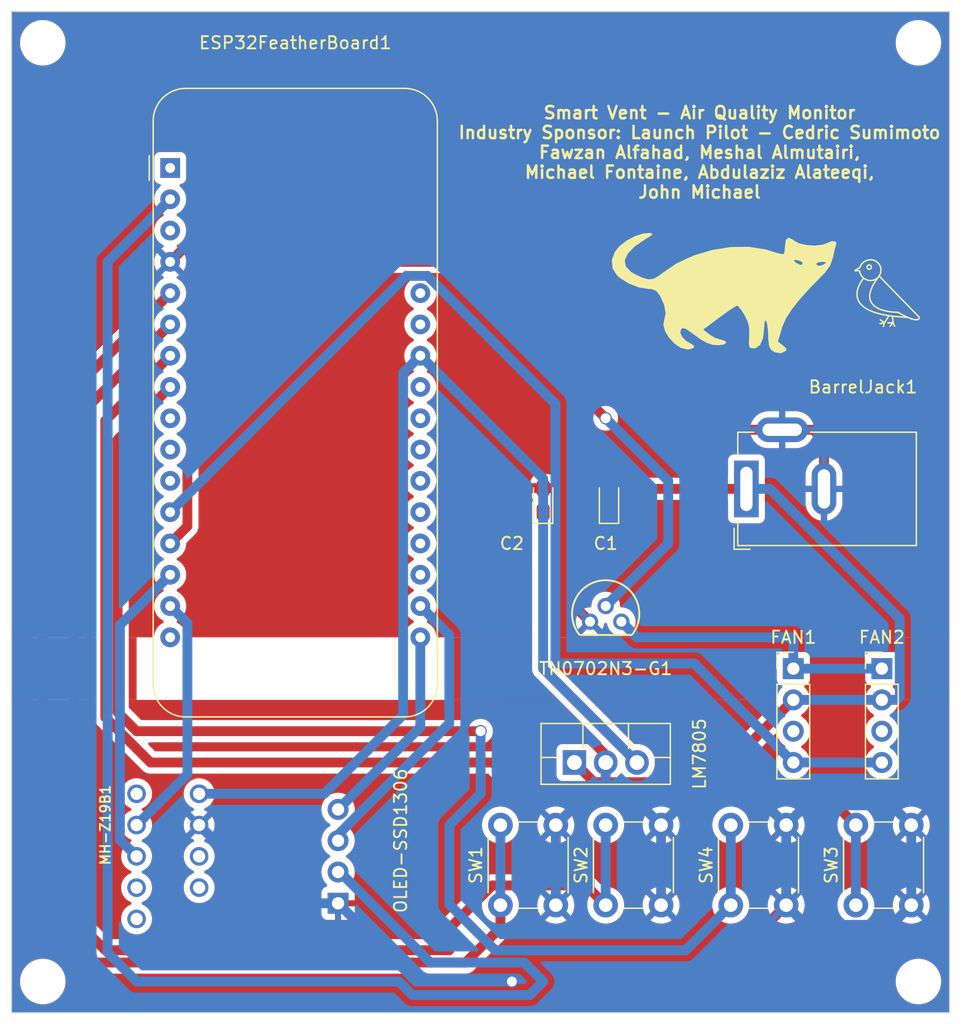
<source format=kicad_pcb>
(kicad_pcb (version 20221018) (generator pcbnew)
  (title_block (title "Smart Vent PCB (2nd Iteration)") (date "April,19,2024"))
  (layers (0 "F.Cu" signal) (31 "B.Cu" signal) (34 "B.Paste" user) (35 "F.Paste" user) (36 "B.SilkS" user "B.Silkscreen") (37 "F.SilkS" user "F.Silkscreen") (38 "B.Mask" user) (39 "F.Mask" user) (44 "Edge.Cuts" user))
  (net 0 "")
  (net 1 "GND")
  (net 3 "Net-(ESP32FeatherBoard1-3V3)")
  (net 4 "USB")
  (net 5 "FAN1 (GND)")
  (net 7 "Net-(ESP32FeatherBoard1-DAC2{slash}A0)")
  (net 8 "Net-(ESP32FeatherBoard1-DAC1{slash}A1)")
  (net 9 "Net-(ESP32FeatherBoard1-I34{slash}A2)")
  (net 10 "Net-(ESP32FeatherBoard1-I39{slash}A3)")
  (net 14 "FAN (PWM)")
  (net 15 "Net-(ESP32FeatherBoard1-MISO{slash}IO19)")
  (net 16 "Net-(ESP32FeatherBoard1-RX{slash}IO16)")
  (net 17 "Net-(ESP32FeatherBoard1-TX{slash}IO17)")
  (net 19 "Net-(ESP32FeatherBoard1-SDA{slash}IO23)")
  (net 20 "Net-(ESP32FeatherBoard1-SCL{slash}IO22)")
  (net 30 "Net-(FAN1-Pin_2)")
  (footprint "MountingHole:MountingHole_3.2mm_M3" (layer "F.Cu") (at 30.48 66.04)
    (fp_text reference "REF**" hide)
    (fp_text value "MountingHole_3.2mm_M3" hide)
    (pad "" np_thru_hole circle (at 0 0) (size 3.2 3.2) (drill 3.2) (layers "*.Cu" "*.Mask"))
  )
  (footprint "Connector_PinHeader_2.54mm:PinHeader_1x04_P2.54mm_Vertical" (layer "F.Cu") (at 98.63 116.84)
    (fp_text reference "FAN2" (at 0 -2.54) (layer "F.SilkS"))
    (fp_text value "~" hide)
    (pad "1" thru_hole rect (at 0 0) (size 1.7 1.7) (drill 1) (layers "*.Cu" "*.Mask") (net 5 "FAN1 (GND)"))
    (pad "2" thru_hole oval (at 0 2.54) (size 1.7 1.7) (drill 1) (layers "*.Cu" "*.Mask") (net 30 "Net-(FAN1-Pin_2)"))
    (pad "3" thru_hole oval (at 0 5.08) (size 1.7 1.7) (drill 1) (layers "*.Cu" "*.Mask"))
    (pad "4" thru_hole oval (at 0 7.62) (size 1.7 1.7) (drill 1) (layers "*.Cu" "*.Mask") (net 14 "FAN (PWM)"))
  )
  (footprint "MountingHole:MountingHole_3.2mm_M3" (layer "F.Cu") (at 101.6 66.04)
    (fp_text reference "REF**" hide)
    (fp_text value "MountingHole_3.2mm_M3" hide)
    (pad "" np_thru_hole circle (at 0 0) (size 3.2 3.2) (drill 3.2) (layers "*.Cu" "*.Mask"))
  )
  (footprint "Button_Switch_THT:SW_PUSH_6mm_H4.3mm" (layer "F.Cu") (at 67.65 136.04 90)
    (fp_text reference "SW1" (at 3.25 -2 90) (layer "F.SilkS"))
    (fp_text value "~")
    (pad "1" thru_hole circle (at 0 0 180) (size 2 2) (drill 1.1) (layers "*.Cu" "*.Mask") (net 7 "Net-(ESP32FeatherBoard1-DAC2{slash}A0)"))
    (pad "1" thru_hole circle (at 6.5 0 180) (size 2 2) (drill 1.1) (layers "*.Cu" "*.Mask") (net 7 "Net-(ESP32FeatherBoard1-DAC2{slash}A0)"))
    (pad "2" thru_hole circle (at 0 4.5 180) (size 2 2) (drill 1.1) (layers "*.Cu" "*.Mask") (net 1 "GND"))
    (pad "2" thru_hole circle (at 6.5 4.5 180) (size 2 2) (drill 1.1) (layers "*.Cu" "*.Mask") (net 1 "GND"))
  )
  (footprint "Button_Switch_THT:SW_PUSH_6mm_H4.3mm" (layer "F.Cu") (at 76.2 136.04 90)
    (fp_text reference "SW2" (at 3.25 -2 90) (layer "F.SilkS"))
    (fp_text value "~" hide)
    (pad "1" thru_hole circle (at 0 0 180) (size 2 2) (drill 1.1) (layers "*.Cu" "*.Mask") (net 8 "Net-(ESP32FeatherBoard1-DAC1{slash}A1)"))
    (pad "1" thru_hole circle (at 6.5 0 180) (size 2 2) (drill 1.1) (layers "*.Cu" "*.Mask") (net 8 "Net-(ESP32FeatherBoard1-DAC1{slash}A1)"))
    (pad "2" thru_hole circle (at 0 4.5 180) (size 2 2) (drill 1.1) (layers "*.Cu" "*.Mask") (net 1 "GND"))
    (pad "2" thru_hole circle (at 6.5 4.5 180) (size 2 2) (drill 1.1) (layers "*.Cu" "*.Mask") (net 1 "GND"))
  )
  (footprint "TN:TO-92_MC_MCH" (layer "F.Cu") (at 74.93 113.03)
    (fp_text reference "TN0702N3-G1" (at 1.27 3.81 unlocked) (layer "F.SilkS"))
    (fp_text value "~" hide)
    (pad "1" thru_hole circle (at 0 0) (size 1.3208 1.3208) (drill 0.8128) (layers "*.Cu" "*.Mask") (net 1 "GND"))
    (pad "2" thru_hole circle (at 1.27 -1.27) (size 1.3208 1.3208) (drill 0.8128) (layers "*.Cu" "*.Mask") (net 15 "Net-(ESP32FeatherBoard1-MISO{slash}IO19)"))
    (pad "3" thru_hole circle (at 2.54 0) (size 1.3208 1.3208) (drill 0.8128) (layers "*.Cu" "*.Mask") (net 5 "FAN1 (GND)"))
  )
  (footprint "Capacitor_Tantalum_SMD:CP_EIA-2012-12_Kemet-R_Pad1.30x1.05mm_HandSolder" (layer "F.Cu") (at 71.12 103.165 90)
    (fp_text reference "C1" (at -3.515 5.08 180) (layer "F.SilkS"))
    (fp_text value "0.1pF")
    (pad "1" smd roundrect (at -0.975 0 90) (size 1.3 1.05) (layers "F.Cu" "F.Paste" "F.Mask") (roundrect_rratio 0.2380952381) (net 4 "USB"))
    (pad "2" smd roundrect (at 0.975 0 90) (size 1.3 1.05) (layers "F.Cu" "F.Paste" "F.Mask") (roundrect_rratio 0.2380952381) (net 1 "GND"))
  )
  (footprint "MountingHole:MountingHole_3.2mm_M3" (layer "F.Cu") (at 101.6 142.24)
    (fp_text reference "REF**" hide)
    (fp_text value "MountingHole_3.2mm_M3" hide)
    (pad "" np_thru_hole circle (at 0 0) (size 3.2 3.2) (drill 3.2) (layers "F&B.Cu" "*.Mask"))
  )
  (footprint "Button_Switch_THT:SW_PUSH_6mm_H4.3mm" (layer "F.Cu") (at 96.52 136.04 90)
    (fp_text reference "SW3" (at 3.25 -2 90) (layer "F.SilkS"))
    (fp_text value "~" hide)
    (pad "1" thru_hole circle (at 0 0 180) (size 2 2) (drill 1.1) (layers "*.Cu" "*.Mask") (net 9 "Net-(ESP32FeatherBoard1-I34{slash}A2)"))
    (pad "1" thru_hole circle (at 6.5 0 180) (size 2 2) (drill 1.1) (layers "*.Cu" "*.Mask") (net 9 "Net-(ESP32FeatherBoard1-I34{slash}A2)"))
    (pad "2" thru_hole circle (at 0 4.5 180) (size 2 2) (drill 1.1) (layers "*.Cu" "*.Mask") (net 1 "GND"))
    (pad "2" thru_hole circle (at 6.5 4.5 180) (size 2 2) (drill 1.1) (layers "*.Cu" "*.Mask") (net 1 "GND"))
  )
  (footprint "Capacitor_Tantalum_SMD:CP_EIA-2012-12_Kemet-R_Pad1.30x1.05mm_HandSolder" (layer "F.Cu") (at 76.47 103.165 90)
    (fp_text reference "C2" (at -3.515 -7.89 180) (layer "F.SilkS"))
    (fp_text value "0.47pF")
    (pad "1" smd roundrect (at -0.975 0 90) (size 1.3 1.05) (layers "F.Cu" "F.Paste" "F.Mask") (roundrect_rratio 0.2380952381) (net 30 "Net-(FAN1-Pin_2)"))
    (pad "2" smd roundrect (at 0.975 0 90) (size 1.3 1.05) (layers "F.Cu" "F.Paste" "F.Mask") (roundrect_rratio 0.2380952381) (net 1 "GND"))
  )
  (footprint "Connector_BarrelJack:BarrelJack_GCT_DCJ200-10-A_Horizontal" (layer "F.Cu") (at 87.63 102.25 90)
    (fp_text reference "BarrelJack1" (at 8.27 13.97) (layer "F.SilkS") (effects (justify right)))
    (fp_text value "~" hide)
    (pad "1" thru_hole rect (at 0 0 90) (size 4.6 2) (drill oval 3.6 1) (layers "*.Cu" "*.Mask") (net 30 "Net-(FAN1-Pin_2)"))
    (pad "2" thru_hole oval (at 0 6.3 90) (size 4.2 2) (drill oval 3.2 1) (layers "*.Cu" "*.Mask") (net 1 "GND"))
    (pad "3" thru_hole oval (at 4.8 2.9 90) (size 2 4.2) (drill oval 1 3.2) (layers "*.Cu" "*.Mask") (net 1 "GND"))
  )
  (footprint "Module:Adafruit_Feather" (layer "F.Cu") (at 40.826 76.2)
    (fp_text reference "ESP32FeatherBoard1" (at 10.16 -10.16) (layer "F.SilkS"))
    (fp_text value "~" hide)
    (pad "1" thru_hole rect (at 0 0 180) (size 1.6 1.6) (drill 0.8) (layers "*.Cu" "*.Mask"))
    (pad "2" thru_hole circle (at 0 2.54 180) (size 1.6 1.6) (drill 0.8) (layers "*.Cu" "*.Mask") (net 3 "Net-(ESP32FeatherBoard1-3V3)"))
    (pad "3" thru_hole circle (at 0 5.08 180) (size 1.6 1.6) (drill 0.8) (layers "*.Cu" "*.Mask"))
    (pad "4" thru_hole circle (at 0 7.62 180) (size 1.6 1.6) (drill 0.8) (layers "*.Cu" "*.Mask") (net 1 "GND"))
    (pad "5" thru_hole circle (at 0 10.16 180) (size 1.6 1.6) (drill 0.8) (layers "*.Cu" "*.Mask") (net 7 "Net-(ESP32FeatherBoard1-DAC2{slash}A0)"))
    (pad "6" thru_hole circle (at 0 12.7 180) (size 1.6 1.6) (drill 0.8) (layers "*.Cu" "*.Mask") (net 8 "Net-(ESP32FeatherBoard1-DAC1{slash}A1)"))
    (pad "7" thru_hole circle (at 0 15.24 180) (size 1.6 1.6) (drill 0.8) (layers "*.Cu" "*.Mask") (net 9 "Net-(ESP32FeatherBoard1-I34{slash}A2)"))
    (pad "8" thru_hole circle (at 0 17.78 180) (size 1.6 1.6) (drill 0.8) (layers "*.Cu" "*.Mask") (net 10 "Net-(ESP32FeatherBoard1-I39{slash}A3)"))
    (pad "9" thru_hole circle (at 0 20.32 180) (size 1.6 1.6) (drill 0.8) (layers "*.Cu" "*.Mask"))
    (pad "10" thru_hole circle (at 0 22.86 180) (size 1.6 1.6) (drill 0.8) (layers "*.Cu" "*.Mask"))
    (pad "11" thru_hole circle (at 0 25.4 180) (size 1.6 1.6) (drill 0.8) (layers "*.Cu" "*.Mask"))
    (pad "12" thru_hole circle (at 0 27.94 180) (size 1.6 1.6) (drill 0.8) (layers "*.Cu" "*.Mask") (net 14 "FAN (PWM)"))
    (pad "13" thru_hole circle (at 0 30.48 180) (size 1.6 1.6) (drill 0.8) (layers "*.Cu" "*.Mask") (net 15 "Net-(ESP32FeatherBoard1-MISO{slash}IO19)"))
    (pad "14" thru_hole circle (at 0 33.02 180) (size 1.6 1.6) (drill 0.8) (layers "*.Cu" "*.Mask") (net 16 "Net-(ESP32FeatherBoard1-RX{slash}IO16)"))
    (pad "15" thru_hole circle (at 0 35.56 180) (size 1.6 1.6) (drill 0.8) (layers "*.Cu" "*.Mask") (net 17 "Net-(ESP32FeatherBoard1-TX{slash}IO17)"))
    (pad "16" thru_hole circle (at 0 38.1 180) (size 1.6 1.6) (drill 0.8) (layers "*.Cu" "*.Mask"))
    (pad "17" thru_hole circle (at 20.32 38.1 180) (size 1.6 1.6) (drill 0.8) (layers "*.Cu" "*.Mask") (net 19 "Net-(ESP32FeatherBoard1-SDA{slash}IO23)"))
    (pad "18" thru_hole circle (at 20.32 35.56 180) (size 1.6 1.6) (drill 0.8) (layers "*.Cu" "*.Mask") (net 20 "Net-(ESP32FeatherBoard1-SCL{slash}IO22)"))
    (pad "19" thru_hole circle (at 20.32 33.02 180) (size 1.6 1.6) (drill 0.8) (layers "*.Cu" "*.Mask"))
    (pad "20" thru_hole circle (at 20.32 30.48 180) (size 1.6 1.6) (drill 0.8) (layers "*.Cu" "*.Mask"))
    (pad "21" thru_hole circle (at 20.32 27.94 180) (size 1.6 1.6) (drill 0.8) (layers "*.Cu" "*.Mask"))
    (pad "22" thru_hole circle (at 20.32 25.4 180) (size 1.6 1.6) (drill 0.8) (layers "*.Cu" "*.Mask"))
    (pad "23" thru_hole circle (at 20.32 22.86 180) (size 1.6 1.6) (drill 0.8) (layers "*.Cu" "*.Mask"))
    (pad "24" thru_hole circle (at 20.32 20.32 180) (size 1.6 1.6) (drill 0.8) (layers "*.Cu" "*.Mask"))
    (pad "25" thru_hole circle (at 20.32 17.78 180) (size 1.6 1.6) (drill 0.8) (layers "*.Cu" "*.Mask"))
    (pad "26" thru_hole circle (at 20.32 15.24 180) (size 1.6 1.6) (drill 0.8) (layers "*.Cu" "*.Mask") (net 4 "USB"))
    (pad "27" thru_hole circle (at 20.32 12.7 180) (size 1.6 1.6) (drill 0.8) (layers "*.Cu" "*.Mask"))
    (pad "28" thru_hole circle (at 20.32 10.16 180) (size 1.6 1.6) (drill 0.8) (layers "*.Cu" "*.Mask"))
  )
  (footprint "CAT:Bird" (layer "F.Cu") (at 99.06 86.36)
    (fp_text reference "" hide)
    (fp_text value "LOGO" hide)
  )
  (footprint "MountingHole:MountingHole_3.2mm_M3" (layer "F.Cu") (at 30.48 142.24)
    (fp_text reference "REF**" hide)
    (fp_text value "MountingHole_3.2mm_M3" hide)
    (pad "" np_thru_hole circle (at 0 0) (size 3.2 3.2) (drill 3.2) (layers "*.Cu" "*.Mask"))
  )
  (footprint "Package_TO_SOT_THT:TO-220F-3_Vertical" (layer "F.Cu") (at 73.66 124.46)
    (fp_text reference "LM7805" (at 10.16 -0.6975 90) (layer "F.SilkS"))
    (fp_text value "~" hide)
    (pad "1" thru_hole rect (at 0 0) (size 1.905 2) (drill 1.2) (layers "*.Cu" "*.Mask") (net 30 "Net-(FAN1-Pin_2)"))
    (pad "2" thru_hole oval (at 2.54 0) (size 1.905 2) (drill 1.2) (layers "*.Cu" "*.Mask") (net 1 "GND"))
    (pad "3" thru_hole oval (at 5.08 0) (size 1.905 2) (drill 1.2) (layers "*.Cu" "*.Mask") (net 4 "USB"))
  )
  (footprint "Display:Adafruit_SSD1306" (layer "F.Cu") (at 54.464 135.89 90)
    (fp_text reference "OLED-SSD1306" (at 5.08 5.08 90) (layer "F.SilkS"))
    (fp_text value "~" hide)
    (pad "1" thru_hole rect (at 0 0 90) (size 1.7 1.7) (drill 1) (layers "*.Cu" "*.Mask") (net 1 "GND"))
    (pad "2" thru_hole circle (at 2.54 0 90) (size 1.7 1.7) (drill 1) (layers "*.Cu" "*.Mask") (net 3 "Net-(ESP32FeatherBoard1-3V3)"))
    (pad "3" thru_hole circle (at 5.08 0 90) (size 1.7 1.7) (drill 1) (layers "*.Cu" "*.Mask") (net 20 "Net-(ESP32FeatherBoard1-SCL{slash}IO22)"))
    (pad "4" thru_hole circle (at 7.62 0 90) (size 1.7 1.7) (drill 1) (layers "*.Cu" "*.Mask") (net 19 "Net-(ESP32FeatherBoard1-SDA{slash}IO23)"))
  )
  (footprint "MH-Z19:MH-Z19B-FOOT" (layer "F.Cu") (at 43.18 127 180)
    (fp_text reference "MH-Z19B1" (at 7.62 -2.54 270) (layer "F.SilkS") (effects (font (size 0.8 0.787402))))
    (fp_text value "~")
    (pad "GND" thru_hole circle (at 0 -2.54 180) (size 1.508 1.508) (drill 1) (layers "*.Cu" "*.Mask") (net 1 "GND"))
    (pad "RX" thru_hole circle (at 5.08 -2.54 180) (size 1.508 1.508) (drill 1) (layers "*.Cu" "*.Mask") (net 17 "Net-(ESP32FeatherBoard1-TX{slash}IO17)"))
    (pad "TX" thru_hole circle (at 5.08 -5.08 180) (size 1.508 1.508) (drill 1) (layers "*.Cu" "*.Mask") (net 16 "Net-(ESP32FeatherBoard1-RX{slash}IO16)"))
    (pad "VIN" thru_hole circle (at 0 0 180) (size 1.508 1.508) (drill 1) (layers "*.Cu" "*.Mask") (net 4 "USB"))
    (pad "X@1" thru_hole circle (at 0 -5.08 180) (size 1.508 1.508) (drill 1) (layers "*.Cu" "*.Mask"))
    (pad "X@2" thru_hole circle (at 0 -7.62 180) (size 1.508 1.508) (drill 1) (layers "*.Cu" "*.Mask"))
    (pad "X@3" thru_hole circle (at 5.08 0 180) (size 1.508 1.508) (drill 1) (layers "*.Cu" "*.Mask"))
    (pad "X@4" thru_hole circle (at 5.08 -7.62 180) (size 1.508 1.508) (drill 1) (layers "*.Cu" "*.Mask"))
    (pad "XQ5" thru_hole circle (at 5.08 -10.16 180) (size 1.508 1.508) (drill 1) (layers "*.Cu" "*.Mask"))
  )
  (footprint "Connector_PinHeader_2.54mm:PinHeader_1x04_P2.54mm_Vertical" (layer "F.Cu") (at 91.44 116.84)
    (fp_text reference "FAN1" (at 0 -2.54 180) (layer "F.SilkS"))
    (fp_text value "~" hide)
    (pad "1" thru_hole rect (at 0 0) (size 1.7 1.7) (drill 1) (layers "*.Cu" "*.Mask") (net 5 "FAN1 (GND)"))
    (pad "2" thru_hole oval (at 0 2.54) (size 1.7 1.7) (drill 1) (layers "*.Cu" "*.Mask") (net 30 "Net-(FAN1-Pin_2)"))
    (pad "3" thru_hole oval (at 0 5.08) (size 1.7 1.7) (drill 1) (layers "*.Cu" "*.Mask"))
    (pad "4" thru_hole oval (at 0 7.62) (size 1.7 1.7) (drill 1) (layers "*.Cu" "*.Mask") (net 14 "FAN (PWM)"))
  )
  (footprint "CAT:Blackcat" (layer "F.Cu") (at 86.36 86.36)
    (fp_text reference "G***" hide)
    (fp_text value "LOGO" hide)
  )
  (footprint "Button_Switch_THT:SW_PUSH_6mm_H4.3mm" (layer "F.Cu") (at 86.36 136.04 90)
    (fp_text reference "SW4" (at 3.25 -2 90) (layer "F.SilkS"))
    (fp_text value "~" hide)
    (pad "1" thru_hole circle (at 0 0 180) (size 2 2) (drill 1.1) (layers "*.Cu" "*.Mask") (net 10 "Net-(ESP32FeatherBoard1-I39{slash}A3)"))
    (pad "1" thru_hole circle (at 6.5 0 180) (size 2 2) (drill 1.1) (layers "*.Cu" "*.Mask") (net 10 "Net-(ESP32FeatherBoard1-I39{slash}A3)"))
    (pad "2" thru_hole circle (at 0 4.5 180) (size 2 2) (drill 1.1) (layers "*.Cu" "*.Mask") (net 1 "GND"))
    (pad "2" thru_hole circle (at 6.5 4.5 180) (size 2 2) (drill 1.1) (layers "*.Cu" "*.Mask") (net 1 "GND"))
  )
  (gr_line (start 104.14 63.5) (end 104.14 144.78) (stroke (width 0.1)) (layer "Edge.Cuts"))
  (gr_line (start 27.94 63.5) (end 104.14 63.5) (stroke (width 0.1)) (layer "Edge.Cuts"))
  (gr_line (start 27.94 144.78) (end 27.94 63.5) (stroke (width 0.1)) (layer "Edge.Cuts"))
  (gr_line (start 27.94 144.78) (end 104.14 144.78) (stroke (width 0.1)) (layer "Edge.Cuts"))
  (gr_text "Smart Vent - Air Quality Monitor\nIndustry Sponsor: Launch Pilot - Cedric Sumimoto\nFawzan Alfahad, Meshal Almutairi,\nMichael Fontaine, Abdulaziz Alateeqi,\nJohn Michael\n" (at 83.82 78.74) (layer "F.SilkS") (effects (font (size 1 1) (thickness 0.2) bold) (justify bottom)))
  (segment (start 66.04 104.73) (end 68.58 102.19) (width 0.8) (layer "F.Cu") (net 1))
  (segment (start 73.66 111.76) (end 74.93 113.03) (width 0.8) (layer "F.Cu") (net 1))
  (segment (start 68.58 102.19) (end 70.53 102.19) (width 0.8) (layer "F.Cu") (net 1))
  (segment (start 84.66 142.24) (end 90.86 136.04) (width 0.8) (layer "F.Cu") (net 1))
  (segment (start 68.58 119.38) (end 66.04 116.84) (width 0.8) (layer "F.Cu") (net 1))
  (segment (start 79.51 97.45) (end 84.75 97.45) (width 0.8) (layer "F.Cu") (net 1))
  (segment (start 71.7325 119.38) (end 68.58 119.38) (width 0.8) (layer "F.Cu") (net 1))
  (segment (start 71.12 102.19) (end 76.47 102.19) (width 0.8) (layer "F.Cu") (net 1))
  (segment (start 66.04 116.84) (end 66.04 104.73) (width 0.8) (layer "F.Cu") (net 1))
  (segment (start 93.05 97.45) (end 93.93 98.33) (width 0.8) (layer "F.Cu") (net 1))
  (segment (start 90.53 97.45) (end 93.05 97.45) (width 0.8) (layer "F.Cu") (net 1))
  (segment (start 48.446 76.2) (end 63.5 76.2) (width 0.8) (layer "F.Cu") (net 1))
  (segment (start 81.28 93.98) (end 84.75 97.45) (width 0.8) (layer "F.Cu") (net 1))
  (segment (start 76.47 102.19) (end 76.47 100.49) (width 0.8) (layer "F.Cu") (net 1))
  (segment (start 73.66 102.19) (end 73.66 111.76) (width 0.8) (layer "F.Cu") (net 1))
  (segment (start 76.2 123.8475) (end 71.7325 119.38) (width 0.8) (layer "F.Cu") (net 1))
  (segment (start 76.47 100.49) (end 79.51 97.45) (width 0.8) (layer "F.Cu") (net 1))
  (segment (start 40.826 83.82) (end 48.446 76.2) (width 0.8) (layer "F.Cu") (net 1))
  (segment (start 93.93 98.33) (end 93.93 102.25) (width 0.8) (layer "F.Cu") (net 1))
  (segment (start 76.2 124.46) (end 76.2 123.8475) (width 0.8) (layer "F.Cu") (net 1))
  (segment (start 63.5 76.2) (end 81.28 93.98) (width 0.8) (layer "F.Cu") (net 1))
  (segment (start 84.75 97.45) (end 90.53 97.45) (width 0.8) (layer "F.Cu") (net 1))
  (segment (start 68.58 142.24) (end 84.66 142.24) (width 0.8) (layer "F.Cu") (net 1))
  (via (at 68.58 142.24) (size 1) (drill 0.8) (layers "F.Cu" "B.Cu") (net 1))
  (segment (start 60.814 142.24) (end 68.58 142.24) (width 0.8) (layer "B.Cu") (net 1))
  (segment (start 82.825786 127.414214) (end 80.7 129.54) (width 0.8) (layer "B.Cu") (net 1))
  (segment (start 101.02 129.54) (end 99.42 127.94) (width 0.8) (layer "B.Cu") (net 1))
  (segment (start 76.2 124.46) (end 76.2 126.87) (width 0.8) (layer "B.Cu") (net 1))
  (segment (start 76.2 127.32) (end 74.37 127.32) (width 0.8) (layer "B.Cu") (net 1))
  (segment (start 49.53 135.89) (end 54.464 135.89) (width 0.8) (layer "B.Cu") (net 1))
  (segment (start 76.2 124.46) (end 76.2 127.32) (width 0.8) (layer "B.Cu") (net 1))
  (segment (start 90.86 129.54) (end 90.86 136.04) (width 0.8) (layer "B.Cu") (net 1))
  (segment (start 88.734214 127.414214) (end 82.825786 127.414214) (width 0.8) (layer "B.Cu") (net 1))
  (segment (start 101.02 136.04) (end 99.42 137.64) (width 0.8) (layer "B.Cu") (net 1))
  (segment (start 90.86 129.54) (end 88.734214 127.414214) (width 0.8) (layer "B.Cu") (net 1))
  (segment (start 92.46 137.64) (end 90.86 136.04) (width 0.8) (layer "B.Cu") (net 1))
  (segment (start 78.48 127.32) (end 80.7 129.54) (width 0.8) (layer "B.Cu") (net 1))
  (segment (start 101.02 129.54) (end 101.02 136.04) (width 0.8) (layer "B.Cu") (net 1))
  (segment (start 76.2 127.32) (end 78.48 127.32) (width 0.8) (layer "B.Cu") (net 1))
  (segment (start 72.15 129.54) (end 72.15 136.04) (width 0.8) (layer "B.Cu") (net 1))
  (segment (start 92.46 127.94) (end 90.86 129.54) (width 0.8) (layer "B.Cu") (net 1))
  (segment (start 99.42 127.94) (end 92.46 127.94) (width 0.8) (layer "B.Cu") (net 1))
  (segment (start 43.18 129.54) (end 49.53 135.89) (width 0.8) (layer "B.Cu") (net 1))
  (segment (start 74.37 127.32) (end 72.15 129.54) (width 0.8) (layer "B.Cu") (net 1))
  (segment (start 99.42 137.64) (end 92.46 137.64) (width 0.8) (layer "B.Cu") (net 1))
  (segment (start 80.7 129.54) (end 80.7 136.04) (width 0.8) (layer "B.Cu") (net 1))
  (segment (start 54.464 135.89) (end 60.814 142.24) (width 0.8) (layer "B.Cu") (net 1))
  (segment (start 69.58 140.7) (end 61.96 140.7) (width 0.8) (layer "B.Cu") (net 3))
  (segment (start 35.746 83.82) (end 35.746 139.886) (width 0.8) (layer "B.Cu") (net 3))
  (segment (start 35.746 139.886) (end 38.1 142.24) (width 0.8) (layer "B.Cu") (net 3))
  (segment (start 71.12 142.24) (end 69.58 140.7) (width 0.8) (layer "B.Cu") (net 3))
  (segment (start 54.61 133.35) (end 54.464 133.35) (width 0.8) (layer "B.Cu") (net 3))
  (segment (start 59.399786 142.24) (end 60.499786 143.34) (width 0.8) (layer "B.Cu") (net 3))
  (segment (start 61.96 140.7) (end 54.61 133.35) (width 0.8) (layer "B.Cu") (net 3))
  (segment (start 40.826 78.74) (end 35.746 83.82) (width 0.8) (layer "B.Cu") (net 3))
  (segment (start 60.499786 143.34) (end 70.02 143.34) (width 0.8) (layer "B.Cu") (net 3))
  (segment (start 70.02 143.34) (end 71.12 142.24) (width 0.8) (layer "B.Cu") (net 3))
  (segment (start 38.1 142.24) (end 59.399786 142.24) (width 0.8) (layer "B.Cu") (net 3))
  (segment (start 71.12 116.84) (end 78.74 124.46) (width 0.8) (layer "F.Cu") (net 4))
  (segment (start 71.12 104.14) (end 71.12 116.84) (width 0.8) (layer "F.Cu") (net 4))
  (segment (start 71.12 101.414) (end 71.12 116.84) (width 0.8) (layer "B.Cu") (net 4))
  (segment (start 71.12 116.84) (end 78.74 124.46) (width 0.8) (layer "B.Cu") (net 4))
  (segment (start 59.746 92.84) (end 59.746 120.594) (width 0.8) (layer "B.Cu") (net 4))
  (segment (start 59.746 120.594) (end 53.34 127) (width 0.8) (layer "B.Cu") (net 4))
  (segment (start 61.146 91.44) (end 59.746 92.84) (width 0.8) (layer "B.Cu") (net 4))
  (segment (start 53.34 127) (end 43.18 127) (width 0.8) (layer "B.Cu") (net 4))
  (segment (start 61.146 91.44) (end 71.12 101.414) (width 0.8) (layer "B.Cu") (net 4))
  (segment (start 91.44 116.84) (end 98.63 116.84) (width 0.8) (layer "B.Cu") (net 5))
  (segment (start 78.74 114.3) (end 91.44 114.3) (width 0.8) (layer "B.Cu") (net 5))
  (segment (start 91.44 114.3) (end 91.44 116.84) (width 0.8) (layer "B.Cu") (net 5))
  (segment (start 78.74 114.3) (end 77.47 113.03) (width 0.8) (layer "B.Cu") (net 5))
  (segment (start 34.582893 140.7) (end 64.82 140.7) (width 0.8) (layer "F.Cu") (net 7))
  (segment (start 67.65 137.87) (end 67.65 136.04) (width 0.8) (layer "F.Cu") (net 7))
  (segment (start 30.48 136.597107) (end 34.582893 140.7) (width 0.8) (layer "F.Cu") (net 7))
  (segment (start 30.48 96.706) (end 30.48 136.597107) (width 0.8) (layer "F.Cu") (net 7))
  (segment (start 40.826 86.36) (end 30.48 96.706) (width 0.8) (layer "F.Cu") (net 7))
  (segment (start 64.82 140.7) (end 67.65 137.87) (width 0.8) (layer "F.Cu") (net 7))
  (segment (start 67.65 129.54) (end 67.65 136.04) (width 0.8) (layer "B.Cu") (net 7))
  (segment (start 63.5 137.927258) (end 66.987258 134.44) (width 0.8) (layer "F.Cu") (net 8))
  (segment (start 40.826 88.9) (end 33.02 96.706) (width 0.8) (layer "F.Cu") (net 8))
  (segment (start 33.02 96.706) (end 33.02 137.16) (width 0.8) (layer "F.Cu") (net 8))
  (segment (start 63.5 139.7) (end 63.5 137.927258) (width 0.8) (layer "F.Cu") (net 8))
  (segment (start 35.56 139.7) (end 63.5 139.7) (width 0.8) (layer "F.Cu") (net 8))
  (segment (start 74.6 134.44) (end 76.2 136.04) (width 0.8) (layer "F.Cu") (net 8))
  (segment (start 33.02 137.16) (end 35.56 139.7) (width 0.8) (layer "F.Cu") (net 8))
  (segment (start 66.987258 134.44) (end 74.6 134.44) (width 0.8) (layer "F.Cu") (net 8))
  (segment (start 76.2 129.54) (end 76.2 136.04) (width 0.8) (layer "B.Cu") (net 8))
  (segment (start 67.024365 124.46) (end 69.624365 127.06) (width 0.8) (layer "F.Cu") (net 9))
  (segment (start 69.624365 127.06) (end 94.04 127.06) (width 0.8) (layer "F.Cu") (net 9))
  (segment (start 94.04 127.06) (end 96.52 129.54) (width 0.8) (layer "F.Cu") (net 9))
  (segment (start 39.225786 124.46) (end 67.024365 124.46) (width 0.8) (layer "F.Cu") (net 9))
  (segment (start 40.826 91.44) (end 35.56 96.706) (width 0.8) (layer "F.Cu") (net 9))
  (segment (start 35.56 120.794214) (end 39.225786 124.46) (width 0.8) (layer "F.Cu") (net 9))
  (segment (start 35.56 96.706) (end 35.56 120.794214) (width 0.8) (layer "F.Cu") (net 9))
  (segment (start 96.52 129.54) (end 96.52 136.04) (width 0.8) (layer "B.Cu") (net 9))
  (segment (start 38.1 121.92) (end 66.04 121.92) (width 0.8) (layer "F.Cu") (net 10))
  (segment (start 40.826 93.98) (end 36.56 98.246) (width 0.8) (layer "F.Cu") (net 10))
  (segment (start 36.56 98.246) (end 36.56 120.38) (width 0.8) (layer "F.Cu") (net 10))
  (segment (start 36.56 120.38) (end 38.1 121.92) (width 0.8) (layer "F.Cu") (net 10))
  (via (at 66.04 121.92) (size 1) (drill 0.8) (layers "F.Cu" "B.Cu") (net 10))
  (segment (start 63.5 135.982742) (end 67.217258 139.7) (width 0.8) (layer "B.Cu") (net 10))
  (segment (start 66.04 121.92) (end 66.04 127) (width 0.8) (layer "B.Cu") (net 10))
  (segment (start 63.5 129.54) (end 63.5 135.982742) (width 0.8) (layer "B.Cu") (net 10))
  (segment (start 86.36 129.54) (end 86.36 136.04) (width 0.8) (layer "B.Cu") (net 10))
  (segment (start 67.217258 139.7) (end 82.7 139.7) (width 0.8) (layer "B.Cu") (net 10))
  (segment (start 66.04 127) (end 63.5 129.54) (width 0.8) (layer "B.Cu") (net 10))
  (segment (start 82.7 139.7) (end 86.36 136.04) (width 0.8) (layer "B.Cu") (net 10))
  (segment (start 61.725899 84.96) (end 60.006 84.96) (width 0.8) (layer "B.Cu") (net 14))
  (segment (start 60.006 84.96) (end 40.826 104.14) (width 0.8) (layer "B.Cu") (net 14))
  (segment (start 98.63 124.46) (end 91.44 124.46) (width 0.8) (layer "B.Cu") (net 14))
  (segment (start 83.405786 116.425786) (end 72.12 116.425786) (width 0.8) (layer "B.Cu") (net 14))
  (segment (start 72.12 95.354101) (end 61.725899 84.96) (width 0.8) (layer "B.Cu") (net 14))
  (segment (start 72.12 116.425786) (end 72.12 95.354101) (width 0.8) (layer "B.Cu") (net 14))
  (segment (start 91.44 124.46) (end 83.405786 116.425786) (width 0.8) (layer "B.Cu") (net 14))
  (segment (start 58.42 83.82) (end 63.5 83.82) (width 0.8) (layer "F.Cu") (net 15))
  (segment (start 42.226 105.28) (end 42.226 100.014) (width 0.8) (layer "F.Cu") (net 15))
  (segment (start 40.826 106.68) (end 42.226 105.28) (width 0.8) (layer "F.Cu") (net 15))
  (segment (start 42.226 100.014) (end 58.42 83.82) (width 0.8) (layer "F.Cu") (net 15))
  (segment (start 63.5 83.82) (end 76.2 96.52) (width 0.8) (layer "F.Cu") (net 15))
  (via (at 76.2 96.52) (size 1) (drill 0.8) (layers "F.Cu" "B.Cu") (net 15))
  (segment (start 81.28 101.6) (end 81.28 106.68) (width 0.8) (layer "B.Cu") (net 15))
  (segment (start 76.2 96.52) (end 81.28 101.6) (width 0.8) (layer "B.Cu") (net 15))
  (segment (start 81.28 106.68) (end 76.2 111.76) (width 0.8) (layer "B.Cu") (net 15))
  (segment (start 40.826 109.22) (end 36.746 113.3) (width 0.8) (layer "B.Cu") (net 16))
  (segment (start 36.746 113.3) (end 36.746 130.726) (width 0.8) (layer "B.Cu") (net 16))
  (segment (start 36.746 130.726) (end 38.1 132.08) (width 0.8) (layer "B.Cu") (net 16))
  (segment (start 42.226 125.414) (end 38.1 129.54) (width 0.8) (layer "B.Cu") (net 17))
  (segment (start 42.226 113.16) (end 42.226 125.414) (width 0.8) (layer "B.Cu") (net 17))
  (segment (start 40.826 111.76) (end 42.226 113.16) (width 0.8) (layer "B.Cu") (net 17))
  (segment (start 54.464 128.27) (end 61.146 121.588) (width 0.8) (layer "B.Cu") (net 19))
  (segment (start 61.146 121.588) (end 61.146 114.3) (width 0.8) (layer "B.Cu") (net 19))
  (segment (start 63.5 114.114) (end 61.146 111.76) (width 0.8) (layer "B.Cu") (net 20))
  (segment (start 63.5 121.28461) (end 63.5 114.114) (width 0.8) (layer "B.Cu") (net 20))
  (segment (start 54.464 130.81) (end 54.464 130.32061) (width 0.8) (layer "B.Cu") (net 20))
  (segment (start 54.464 130.32061) (end 63.5 121.28461) (width 0.8) (layer "B.Cu") (net 20))
  (segment (start 78.36 102.25) (end 87.63 102.25) (width 0.8) (layer "F.Cu") (net 30))
  (segment (start 75.26 126.06) (end 84.76 126.06) (width 0.8) (layer "F.Cu") (net 30))
  (segment (start 76.47 104.14) (end 78.36 102.25) (width 0.8) (layer "F.Cu") (net 30))
  (segment (start 73.66 124.46) (end 75.26 126.06) (width 0.8) (layer "F.Cu") (net 30))
  (segment (start 84.76 126.06) (end 91.44 119.38) (width 0.8) (layer "F.Cu") (net 30))
  (segment (start 87.63 102.25) (end 89.55 102.25) (width 0.8) (layer "B.Cu") (net 30))
  (segment (start 100.08 112.78) (end 100.08 119.132081) (width 0.8) (layer "B.Cu") (net 30))
  (segment (start 89.55 102.25) (end 100.08 112.78) (width 0.8) (layer "B.Cu") (net 30))
  (segment (start 91.44 119.38) (end 98.63 119.38) (width 0.8) (layer "B.Cu") (net 30))
  (segment (start 99.832081 119.38) (end 98.63 119.38) (width 0.8) (layer "B.Cu") (net 30))
  (segment (start 100.08 119.132081) (end 99.832081 119.38) (width 0.8) (layer "B.Cu") (net 30))
  (zone (net 0) (net_name "") (layers "F&B.Cu") (name "Antenna") (connect_pads (clearance 0)) (min_thickness 0.25)
    (keepout (tracks not_allowed) (vias not_allowed) (pads not_allowed) (copperpour not_allowed) (footprints allowed))
    (fill (thermal_gap 0.5) (thermal_bridge_width 0.5))
    (polygon (pts (xy 43.18 114.3) (xy 58.42 114.3) (xy 58.42 119.38) (xy 43.18 119.38)))
  )
  (zone (net 1) (net_name "GND") (layers "F&B.Cu") (priority 1) (connect_pads (clearance 0.5)) (min_thickness 0.25) (fill yes (thermal_gap 0.5) (thermal_bridge_width 0.5))
    (polygon (pts (xy 27.94 119.38) (xy 104.14 119.38) (xy 104.14 144.78) (xy 27.94 144.78)))
  )
  (zone (net 1) (net_name "GND") (layers "F&B.Cu") (priority 3) (connect_pads (clearance 0.5)) (min_thickness 0.25) (fill yes (thermal_gap 0.5) (thermal_bridge_width 0.5))
    (polygon (pts (xy 27.94 114.3) (xy 38.1 114.3) (xy 38.1 119.38) (xy 27.94 119.38)))
  )
  (zone (net 1) (net_name "GND") (layers "F&B.Cu") (connect_pads (clearance 0.5)) (min_thickness 0.25) (fill yes (thermal_gap 0.5) (thermal_bridge_width 0.5))
    (polygon (pts (xy 27.94 63.5) (xy 104.14 63.5) (xy 104.14 114.3) (xy 27.94 114.3)))
  )
  (zone (net 1) (net_name "GND") (layers "F&B.Cu") (priority 2) (connect_pads (clearance 0.5)) (min_thickness 0.25) (fill yes (thermal_gap 0.5) (thermal_bridge_width 0.5))
    (polygon (pts (xy 63.5 114.3) (xy 104.14 114.3) (xy 104.14 119.38) (xy 63.5 119.38)))
  )
)
</source>
